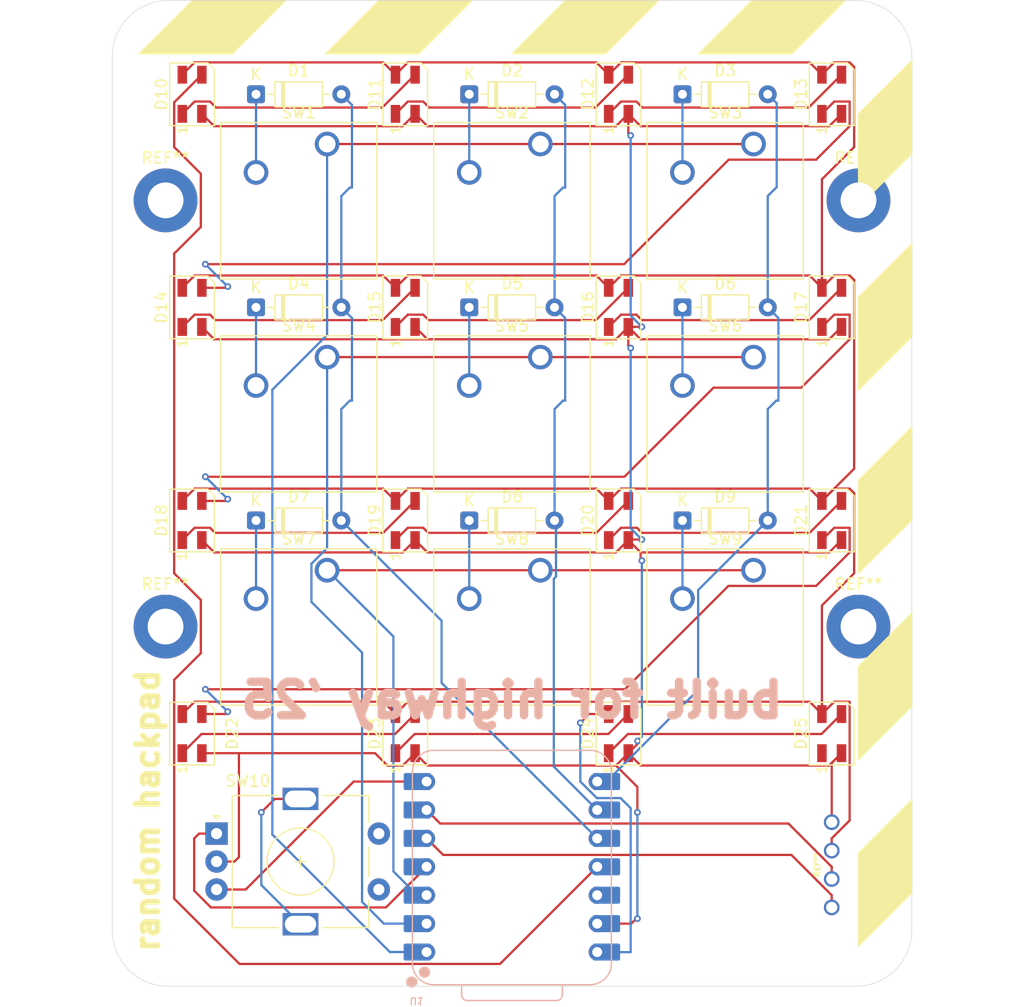
<source format=kicad_pcb>
(kicad_pcb (version 20241229) (generator "pcbnew") (generator_version "9.0")
  (title_block (title "hackpad") (date "2025-06-18") (rev "v1"))
  (layers (0 "F.Cu" signal) (2 "B.Cu" signal) (13 "F.Paste" user) (15 "B.Paste" user) (5 "F.SilkS" user "F.Silkscreen") (7 "B.SilkS" user "B.Silkscreen") (1 "F.Mask" user) (3 "B.Mask" user) (25 "Edge.Cuts" user))
  (net 0 "")
  (net 1 "Net-(D1-K)")
  (net 2 "C1")
  (net 3 "Net-(D2-K)")
  (net 4 "C2")
  (net 5 "C3")
  (net 6 "Net-(D3-K)")
  (net 7 "Net-(D4-K)")
  (net 8 "Net-(D5-K)")
  (net 9 "Net-(D6-K)")
  (net 10 "Net-(D7-K)")
  (net 11 "Net-(D8-K)")
  (net 12 "Net-(D9-K)")
  (net 13 "GND")
  (net 14 "+5V")
  (net 15 "LED")
  (net 16 "Net-(D10-DOUT)")
  (net 17 "Net-(D11-DOUT)")
  (net 18 "Net-(D12-DOUT)")
  (net 19 "Net-(D13-DOUT)")
  (net 20 "Net-(D14-DOUT)")
  (net 21 "Net-(D15-DOUT)")
  (net 22 "Net-(D16-DOUT)")
  (net 23 "Net-(D17-DOUT)")
  (net 24 "Net-(D18-DOUT)")
  (net 25 "Net-(D19-DOUT)")
  (net 26 "Net-(D20-DOUT)")
  (net 27 "Net-(D21-DOUT)")
  (net 28 "Net-(D22-DOUT)")
  (net 29 "Net-(D23-DOUT)")
  (net 30 "Net-(D24-DOUT)")
  (net 32 "R1")
  (net 33 "R2")
  (net 34 "R3")
  (net 35 "E2")
  (net 37 "E1")
  (net 38 "unconnected-(SW10-PadMP)")
  (net 40 "SCL")
  (net 41 "SDA")
  (net 42 "+3V3")
  (footprint "KBD:OLED" (layer "F.Cu") (at 180.9625 134.8025 90)
    (property "Reference" "OL1")
    (property "Value" "OLED" (hide yes))
  )
  (footprint "MountingHole:MountingHole_3.2mm_M3_ISO7380_Pad" (layer "F.Cu") (at 183.35625 75.40625)
    (property "Reference" "REF**")
    (property "Value" "MountingHole_3.2mm_M3_ISO7380_Pad")
  )
  (footprint "LED_SMD:LED_SK6812MINI_PLCC4_3.5x3.5mm_P1.75mm_[3D]" (layer "F.Cu") (at 142.8625 84.975 90)
    (property "Reference" "D15")
    (property "Value" "SK6812MINI")
  )
  (footprint "LED_SMD:LED_SK6812MINI_PLCC4_3.5x3.5mm_P1.75mm_[3D]" (layer "F.Cu") (at 142.8625 104.025 90)
    (property "Reference" "D19")
    (property "Value" "SK6812MINI")
  )
  (footprint "MountingHole:MountingHole_3.2mm_M3_ISO7380_Pad" (layer "F.Cu") (at 183.35625 113.50625)
    (property "Reference" "REF**")
    (property "Value" "MountingHole_3.2mm_M3_ISO7380_Pad")
  )
  (footprint "Diode_THT:D_DO-35_SOD27_P7.62mm_Horizontal" (layer "F.Cu") (at 167.6275 65.925)
    (property "Reference" "D3")
    (property "Value" "1N4148")
  )
  (footprint "LED_SMD:LED_SK6812MINI_PLCC4_3.5x3.5mm_P1.75mm_[3D]" (layer "F.Cu") (at 123.8125 123.075 90)
    (property "Reference" "D22")
    (property "Value" "SK6812MINI")
  )
  (footprint "Button_Switch_Keyboard:SW_Cherry_MX_1.00u_PCB_[3D]" (layer "F.Cu") (at 154.9275 89.42)
    (property "Reference" "SW5")
    (property "Value" "SW_Push")
  )
  (footprint "Button_Switch_Keyboard:SW_Cherry_MX_1.00u_PCB_[3D]" (layer "F.Cu") (at 173.9775 89.42)
    (property "Reference" "SW6")
    (property "Value" "SW_Push")
  )
  (footprint "LED_SMD:LED_SK6812MINI_PLCC4_3.5x3.5mm_P1.75mm_[3D]" (layer "F.Cu") (at 161.9125 84.975 90)
    (property "Reference" "D16")
    (property "Value" "SK6812MINI")
  )
  (footprint "MountingHole:MountingHole_3.2mm_M3_ISO7380_Pad" (layer "F.Cu") (at 121.44375 75.40625)
    (property "Reference" "REF**")
    (property "Value" "MountingHole_3.2mm_M3_ISO7380_Pad")
  )
  (footprint "Diode_THT:D_DO-35_SOD27_P7.62mm_Horizontal" (layer "F.Cu") (at 129.5275 104.025)
    (property "Reference" "D7")
    (property "Value" "1N4148")
  )
  (footprint "Button_Switch_Keyboard:SW_Cherry_MX_1.00u_PCB_[3D]" (layer "F.Cu") (at 173.9775 70.37)
    (property "Reference" "SW3")
    (property "Value" "SW_Push")
  )
  (footprint "Rotary_Encoder:RotaryEncoder_Alps_EC11E-Switch_Vertical_H20mm_[3D]" (layer "F.Cu") (at 126 132.0125)
    (property "Reference" "SW10")
    (property "Value" "RotaryEncoder_Switch_MP")
  )
  (footprint "Diode_THT:D_DO-35_SOD27_P7.62mm_Horizontal" (layer "F.Cu") (at 167.6275 84.975)
    (property "Reference" "D6")
    (property "Value" "1N4148")
  )
  (footprint "Button_Switch_Keyboard:SW_Cherry_MX_1.00u_PCB_[3D]" (layer "F.Cu") (at 154.9275 108.47)
    (property "Reference" "SW8")
    (property "Value" "SW_Push")
  )
  (footprint "Button_Switch_Keyboard:SW_Cherry_MX_1.00u_PCB_[3D]" (layer "F.Cu") (at 135.8775 108.47)
    (property "Reference" "SW7")
    (property "Value" "SW_Push")
  )
  (footprint "Diode_THT:D_DO-35_SOD27_P7.62mm_Horizontal" (layer "F.Cu") (at 129.5275 84.975)
    (property "Reference" "D4")
    (property "Value" "1N4148")
  )
  (footprint "Diode_THT:D_DO-35_SOD27_P7.62mm_Horizontal" (layer "F.Cu") (at 167.6275 104.025)
    (property "Reference" "D9")
    (property "Value" "1N4148")
  )
  (footprint "LED_SMD:LED_SK6812MINI_PLCC4_3.5x3.5mm_P1.75mm_[3D]" (layer "F.Cu") (at 180.9625 65.925 90)
    (property "Reference" "D13")
    (property "Value" "SK6812MINI")
  )
  (footprint "Button_Switch_Keyboard:SW_Cherry_MX_1.00u_PCB_[3D]" (layer "F.Cu") (at 135.8775 70.37)
    (property "Reference" "SW1")
    (property "Value" "SW_Push")
  )
  (footprint "MountingHole:MountingHole_3.2mm_M3_ISO7380_Pad" (layer "F.Cu") (at 121.44375 113.50625)
    (property "Reference" "REF**")
    (property "Value" "MountingHole_3.2mm_M3_ISO7380_Pad")
  )
  (footprint "LED_SMD:LED_SK6812MINI_PLCC4_3.5x3.5mm_P1.75mm_[3D]" (layer "F.Cu") (at 142.8625 65.925 90)
    (property "Reference" "D11")
    (property "Value" "SK6812MINI")
  )
  (footprint "LED_SMD:LED_SK6812MINI_PLCC4_3.5x3.5mm_P1.75mm_[3D]" (layer "F.Cu") (at 123.8125 84.975 90)
    (property "Reference" "D14")
    (property "Value" "SK6812MINI")
  )
  (footprint "Diode_THT:D_DO-35_SOD27_P7.62mm_Horizontal" (layer "F.Cu") (at 148.5775 65.925)
    (property "Reference" "D2")
    (property "Value" "1N4148")
  )
  (footprint "LED_SMD:LED_SK6812MINI_PLCC4_3.5x3.5mm_P1.75mm_[3D]" (layer "F.Cu") (at 142.8625 123.075 90)
    (property "Reference" "D23")
    (property "Value" "SK6812MINI")
  )
  (footprint "Diode_THT:D_DO-35_SOD27_P7.62mm_Horizontal" (layer "F.Cu") (at 129.5275 65.925)
    (property "Reference" "D1")
    (property "Value" "1N4148")
  )
  (footprint "LED_SMD:LED_SK6812MINI_PLCC4_3.5x3.5mm_P1.75mm_[3D]" (layer "F.Cu") (at 123.8125 104.025 90)
    (property "Reference" "D18")
    (property "Value" "SK6812MINI")
  )
  (footprint "Button_Switch_Keyboard:SW_Cherry_MX_1.00u_PCB_[3D]" (layer "F.Cu") (at 173.9775 108.47)
    (property "Reference" "SW9")
    (property "Value" "SW_Push")
  )
  (footprint "LED_SMD:LED_SK6812MINI_PLCC4_3.5x3.5mm_P1.75mm_[3D]" (layer "F.Cu") (at 161.9125 104.025 90)
    (property "Reference" "D20")
    (property "Value" "SK6812MINI")
  )
  (footprint "Diode_THT:D_DO-35_SOD27_P7.62mm_Horizontal" (layer "F.Cu") (at 148.5775 104.025)
    (property "Reference" "D8")
    (property "Value" "1N4148")
  )
  (footprint "Diode_THT:D_DO-35_SOD27_P7.62mm_Horizontal" (layer "F.Cu") (at 148.5775 84.975)
    (property "Reference" "D5")
    (property "Value" "1N4148")
  )
  (footprint "LED_SMD:LED_SK6812MINI_PLCC4_3.5x3.5mm_P1.75mm_[3D]" (layer "F.Cu") (at 180.9625 84.975 90)
    (property "Reference" "D17")
    (property "Value" "SK6812MINI")
  )
  (footprint "LED_SMD:LED_SK6812MINI_PLCC4_3.5x3.5mm_P1.75mm_[3D]" (layer "F.Cu") (at 180.9625 123.075 90)
    (property "Reference" "D25")
    (property "Value" "SK6812MINI")
  )
  (footprint "Button_Switch_Keyboard:SW_Cherry_MX_1.00u_PCB_[3D]" (layer "F.Cu") (at 154.9275 70.37)
    (property "Reference" "SW2")
    (property "Value" "SW_Push")
  )
  (footprint "LED_SMD:LED_SK6812MINI_PLCC4_3.5x3.5mm_P1.75mm_[3D]" (layer "F.Cu") (at 161.9125 65.925 90)
    (property "Reference" "D12")
    (property "Value" "SK6812MINI")
  )
  (footprint "Button_Switch_Keyboard:SW_Cherry_MX_1.00u_PCB_[3D]" (layer "F.Cu") (at 135.8775 89.42)
    (property "Reference" "SW4")
    (property "Value" "SW_Push")
  )
  (footprint "LED_SMD:LED_SK6812MINI_PLCC4_3.5x3.5mm_P1.75mm_[3D]" (layer "F.Cu") (at 180.9625 104.025 90)
    (property "Reference" "D21")
    (property "Value" "SK6812MINI")
  )
  (footprint "LED_SMD:LED_SK6812MINI_PLCC4_3.5x3.5mm_P1.75mm_[3D]" (layer "F.Cu") (at 123.8125 65.925 90)
    (property "Reference" "D10")
    (property "Value" "SK6812MINI")
  )
  (footprint "LED_SMD:LED_SK6812MINI_PLCC4_3.5x3.5mm_P1.75mm_[3D]" (layer "F.Cu") (at 161.9125 123.075 90)
    (property "Reference" "D24")
    (property "Value" "SK6812MINI")
  )
  (footprint "OPL:XIAO-RP2040-DIP" (layer "B.Cu") (at 152.3875 134.98125)
    (property "Reference" "U1")
    (property "Value" "XIAO-RP2040-DIP")
  )
  (gr_poly (pts (xy 135.73125 62.309375) (xy 140.49375 57.546875) (xy 148.828125 57.546875) (xy 144.065625 62.309375)) (stroke (width 0.1)) (fill yes) (layer "F.SilkS"))
  (gr_poly (pts (xy 183.35625 92.372656) (xy 188.11875 87.610156) (xy 188.11875 79.275781) (xy 183.35625 84.038281)) (stroke (width 0.1)) (fill yes) (layer "F.SilkS"))
  (gr_poly (pts (xy 152.4 62.309375) (xy 157.1625 57.546875) (xy 165.496875 57.546875) (xy 160.734375 62.309375)) (stroke (width 0.1)) (fill yes) (layer "F.SilkS"))
  (gr_poly (pts (xy 183.35625 108.74375) (xy 188.11875 103.98125) (xy 188.11875 95.646875) (xy 183.35625 100.409375)) (stroke (width 0.1)) (fill yes) (layer "F.SilkS"))
  (gr_poly (pts (xy 183.35625 142.08125) (xy 188.11875 137.31875) (xy 188.11875 128.984375) (xy 183.35625 133.746875)) (stroke (width 0.1)) (fill yes) (layer "F.SilkS"))
  (gr_poly (pts (xy 183.35625 76.001562) (xy 188.11875 71.239062) (xy 188.11875 62.904687) (xy 183.35625 67.667187)) (stroke (width 0.1)) (fill yes) (layer "F.SilkS"))
  (gr_poly (pts (xy 169.06875 62.309375) (xy 173.83125 57.546875) (xy 182.165625 57.546875) (xy 177.403125 62.309375)) (stroke (width 0.1)) (fill yes) (layer "F.SilkS"))
  (gr_poly (pts (xy 183.35625 125.4125) (xy 188.11875 120.65) (xy 188.11875 112.315625) (xy 183.35625 117.078125)) (stroke (width 0.1)) (fill yes) (layer "F.SilkS"))
  (gr_poly (pts (xy 119.0625 62.309375) (xy 123.825 57.546875) (xy 132.159375 57.546875) (xy 127.396875 62.309375)) (stroke (width 0.1)) (fill yes) (layer "F.SilkS"))
  (gr_line (start 188.11875 62.546875) (end 188.11875 140.653125) (stroke (width 0.05)) (layer "Edge.Cuts"))
  (gr_line (start 183.11875 145.653125) (end 121.68125 145.653125) (stroke (width 0.05)) (layer "Edge.Cuts"))
  (gr_arc (start 183.11875 57.546875) (mid 186.654384 59.011263) (end 188.11875 62.546875) (stroke (width 0.05)) (layer "Edge.Cuts"))
  (gr_arc (start 121.68125 145.653125) (mid 118.145616 144.188737) (end 116.68125 140.653125) (stroke (width 0.05)) (layer "Edge.Cuts"))
  (gr_line (start 116.68125 140.653125) (end 116.68125 62.546875) (stroke (width 0.05)) (layer "Edge.Cuts"))
  (gr_arc (start 116.68125 62.546875) (mid 118.145738 59.011361) (end 121.68125 57.546875) (stroke (width 0.05)) (layer "Edge.Cuts"))
  (gr_line (start 121.68125 57.546875) (end 183.11875 57.546875) (stroke (width 0.05)) (layer "Edge.Cuts"))
  (gr_arc (start 188.11875 140.653125) (mid 186.654213 144.188566) (end 183.11875 145.653125) (stroke (width 0.05)) (layer "Edge.Cuts"))
  (gr_text "random hackpad" (at 121 117.1125 90) (layer "F.SilkS") (effects (font (size 2 2) (thickness 0.5) (bold yes)) (justify right bottom)))
  (gr_text "built for highway '25" (at 152.4 121.840625 0) (layer "B.SilkS") (effects (font (size 3 3) (thickness 0.75) (bold yes)) (justify bottom mirror)))
  (segment (start 129.5275 72.91) (end 129.5275 65.925) (width 0.2) (layer "B.Cu") (net 1))
  (segment (start 138.1 85.9275) (end 137.1475 84.975) (width 0.2) (layer "B.Cu") (net 2))
  (segment (start 137.909655 93.309375) (end 138.1 93.309375) (width 0.2) (layer "B.Cu") (net 2))
  (segment (start 137.909655 74.259375) (end 138.1 74.259375) (width 0.2) (layer "B.Cu") (net 2))
  (segment (start 138.1 66.8775) (end 137.1475 65.925) (width 0.2) (layer "B.Cu") (net 2))
  (segment (start 138.1 93.309375) (end 138.1 85.9275) (width 0.2) (layer "B.Cu") (net 2))
  (segment (start 146.1065 118.54025) (end 146.1065 112.984) (width 0.2) (layer "B.Cu") (net 2))
  (segment (start 137.1475 94.07153) (end 137.1475 104.025) (width 0.2) (layer "B.Cu") (net 2))
  (segment (start 160.0075 132.44125) (end 146.1065 118.54025) (width 0.2) (layer "B.Cu") (net 2))
  (segment (start 137.1475 75.02153) (end 137.909655 74.259375) (width 0.2) (layer "B.Cu") (net 2))
  (segment (start 146.1065 112.984) (end 137.1475 104.025) (width 0.2) (layer "B.Cu") (net 2))
  (segment (start 137.1475 84.975) (end 137.1475 75.02153) (width 0.2) (layer "B.Cu") (net 2))
  (segment (start 137.1475 94.07153) (end 137.909655 93.309375) (width 0.2) (layer "B.Cu") (net 2))
  (segment (start 138.1 74.259375) (end 138.1 66.8775) (width 0.2) (layer "B.Cu") (net 2))
  (segment (start 148.5775 72.91) (end 148.5775 65.925) (width 0.2) (layer "B.Cu") (net 3))
  (segment (start 160.0075 129.90125) (end 156.133157 126.026907) (width 0.2) (layer "B.Cu") (net 4))
  (segment (start 156.1975 94.07153) (end 156.959655 93.309375) (width 0.2) (layer "B.Cu") (net 4))
  (segment (start 156.1975 84.975) (end 156.1975 75.02153) (width 0.2) (layer "B.Cu") (net 4))
  (segment (start 157.15 85.9275) (end 156.1975 84.975) (width 0.2) (layer "B.Cu") (net 4))
  (segment (start 157.15 74.259375) (end 157.15 66.8775) (width 0.2) (layer "B.Cu") (net 4))
  (segment (start 157.15 93.309375) (end 157.15 85.9275) (width 0.2) (layer "B.Cu") (net 4))
  (segment (start 156.959655 93.309375) (end 157.15 93.309375) (width 0.2) (layer "B.Cu") (net 4))
  (segment (start 156.133157 109.245657) (end 156.3285 109.050314) (width 0.2) (layer "B.Cu") (net 4))
  (segment (start 156.3285 104.156) (end 156.1975 104.025) (width 0.2) (layer "B.Cu") (net 4))
  (segment (start 156.3285 109.050314) (end 156.3285 104.156) (width 0.2) (layer "B.Cu") (net 4))
  (segment (start 156.959655 74.259375) (end 157.15 74.259375) (width 0.2) (layer "B.Cu") (net 4))
  (segment (start 156.133157 126.026907) (end 156.133157 109.245657) (width 0.2) (layer "B.Cu") (net 4))
  (segment (start 156.1975 75.02153) (end 156.959655 74.259375) (width 0.2) (layer "B.Cu") (net 4))
  (segment (start 157.15 66.8775) (end 156.1975 65.925) (width 0.2) (layer "B.Cu") (net 4))
  (segment (start 156.1975 104.025) (end 156.1975 94.07153) (width 0.2) (layer "B.Cu") (net 4))
  (segment (start 176.2 85.9275) (end 175.2475 84.975) (width 0.2) (layer "B.Cu") (net 5))
  (segment (start 176.2 93.309375) (end 176.2 85.9275) (width 0.2) (layer "B.Cu") (net 5))
  (segment (start 176.047499 74.221531) (end 176.047499 66.724999) (width 0.2) (layer "B.Cu") (net 5))
  (segment (start 175.2475 84.975) (end 175.2475 75.02153) (width 0.2) (layer "B.Cu") (net 5))
  (segment (start 169.0285 119.17525) (end 169.0285 110.244) (width 0.2) (layer "B.Cu") (net 5))
  (segment (start 175.2475 94.07153) (end 176.009655 93.309375) (width 0.2) (layer "B.Cu") (net 5))
  (segment (start 160.8425 127.36125) (end 169.0285 119.17525) (width 0.2) (layer "B.Cu") (net 5))
  (segment (start 176.009655 93.309375) (end 176.2 93.309375) (width 0.2) (layer "B.Cu") (net 5))
  (segment (start 175.2475 75.02153) (end 176.047499 74.221531) (width 0.2) (layer "B.Cu") (net 5))
  (segment (start 176.047499 66.724999) (end 175.2475 65.925) (width 0.2) (layer "B.Cu") (net 5))
  (segment (start 169.0285 110.244) (end 175.2475 104.025) (width 0.2) (layer "B.Cu") (net 5))
  (segment (start 175.2475 104.025) (end 175.2475 94.07153) (width 0.2) (layer "B.Cu") (net 5))
  (segment (start 167.6275 72.91) (end 167.6275 65.925) (width 0.2) (layer "B.Cu") (net 6))
  (segment (start 129.5275 84.975) (end 129.5275 91.96) (width 0.2) (layer "B.Cu") (net 7))
  (segment (start 148.5775 91.96) (end 148.5775 84.975) (width 0.2) (layer "B.Cu") (net 8))
  (segment (start 167.6275 91.96) (end 167.6275 84.975) (width 0.2) (layer "B.Cu") (net 9))
  (segment (start 129.5275 104.025) (end 129.5275 111.01) (width 0.2) (layer "B.Cu") (net 10))
  (segment (start 148.5775 104.025) (end 148.5775 111.01) (width 0.2) (layer "B.Cu") (net 11))
  (segment (start 167.6275 104.025) (end 167.6275 111.01) (width 0.2) (layer "B.Cu") (net 12))
  (segment (start 163.62136 123.99114) (end 162.7875 124.825) (width 0.2) (layer "F.Cu") (net 13))
  (segment (start 142.6365 106.876) (end 143.7375 105.775) (width 0.2) (layer "F.Cu") (net 13))
  (segment (start 163.6 139.6125) (end 163.5 139.6125) (width 0.2) (layer "F.Cu") (net 13))
  (segment (start 180.7365 106.876) (end 181.8375 105.775) (width 0.2) (layer "F.Cu") (net 13))
  (segment (start 180.7365 87.826) (end 163.8885 87.826) (width 0.2) (layer "F.Cu") (net 13))
  (segment (start 162.7875 69.4) (end 163 69.6125) (width 0.2) (layer "F.Cu") (net 13))
  (segment (start 163.6 127.8395) (end 163.6 130.1125) (width 0.2) (layer "F.Cu") (net 13))
  (segment (start 124.6875 124.825) (end 127 124.825) (width 0.2) (layer "F.Cu") (net 13))
  (segment (start 124.6875 105.775) (end 125.7885 106.876) (width 0.2) (layer "F.Cu") (net 13))
  (segment (start 142.6365 125.926) (end 143.7375 124.825) (width 0.2) (layer "F.Cu") (net 13))
  (segment (start 128 124.825) (end 140.1605 124.825) (width 0.2) (layer "F.Cu") (net 13))
  (segment (start 161.6865 125.926) (end 162.7875 124.825) (width 0.2) (layer "F.Cu") (net 13))
  (segment (start 163.05125 140.06125) (end 160.0075 140.06125) (width 0.2) (layer "F.Cu") (net 13))
  (segment (start 126 134.5125) (end 127.6 134.5125) (width 0.2) (layer "F.Cu") (net 13))
  (segment (start 163.9996 86.712496) (end 162.800004 86.712496) (width 0.2) (layer "F.Cu") (net 13))
  (segment (start 125.7885 106.876) (end 142.6365 106.876) (width 0.2) (layer "F.Cu") (net 13))
  (segment (start 144.8385 87.826) (end 143.7375 86.725) (width 0.2) (layer "F.Cu") (net 13))
  (segment (start 163.62136 123.73386) (end 163.62136 123.99114) (width 0.2) (layer "F.Cu") (net 13))
  (segment (start 143.7375 67.675) (end 144.8385 68.776) (width 0.2) (layer "F.Cu") (net 13))
  (segment (start 128 134.1125) (end 128 124.825) (width 0.2) (layer "F.Cu") (net 13))
  (segment (start 162.7875 88.4) (end 163 88.6125) (width 0.2) (layer "F.Cu") (net 13))
  (segment (start 161.6865 87.826) (end 144.8385 87.826) (width 0.2) (layer "F.Cu") (net 13))
  (segment (start 180.7365 68.776) (end 181.8375 67.675) (width 0.2) (layer "F.Cu") (net 13))
  (segment (start 180.9625 125.7) (end 180.9625 130.9925) (width 0.2) (layer "F.Cu") (net 13))
  (segment (start 163.8885 107.501) (end 164 107.6125) (width 0.2) (layer "F.Cu") (net 13))
  (segment (start 162.800004 86.712496) (end 162.7875 86.725) (width 0.2) (layer "F.Cu") (net 13))
  (segment (start 162.7875 86.725) (end 161.6865 87.826) (width 0.2) (layer "F.Cu") (net 13))
  (segment (start 162.83673 105.72577) (end 162.7875 105.775) (width 0.2) (layer "F.Cu") (net 13))
  (segment (start 180.7365 125.926) (end 181.8375 124.825) (width 0.2) (layer "F.Cu") (net 13))
  (segment (start 127.6 134.5125) (end 128 134.1125) (width 0.2) (layer "F.Cu") (net 13))
  (segment (start 163.8885 106.876) (end 163.8885 107.501) (width 0.2) (layer "F.Cu") (net 13))
  (segment (start 163.8885 106.876) (end 180.7365 106.876) (width 0.2) (layer "F.Cu") (net 13))
  (segment (start 125.7885 68.776) (end 142.6365 68.776) (width 0.2) (layer "F.Cu") (net 13))
  (segment (start 144.8385 125.926) (end 161.6865 125.926) (width 0.2) (layer "F.Cu") (net 13))
  (segment (start 161.6865 125.926) (end 163.6 127.8395) (width 0.2) (layer "F.Cu") (net 13))
  (segment (start 181.8375 124.825) (end 180.9625 125.7) (width 0.2) (layer "F.Cu") (net 13))
  (segment (start 181.8375 86.725) (end 180.7365 87.826) (width 0.2) (layer "F.Cu") (net 13))
  (segment (start 162.7875 67.675) (end 162.7875 69.4) (width 0.2) (layer "F.Cu") (net 13))
  (segment (start 144.8385 106.876) (end 161.6865 106.876) (width 0.2) (layer "F.Cu") (net 13))
  (segment (start 162.7875 67.675) (end 163.8885 68.776) (width 0.2) (layer "F.Cu") (net 13))
  (segment (start 125.7885 87.826) (end 124.6875 86.725) (width 0.2) (layer "F.Cu") (net 13))
  (segment (start 143.7375 105.775) (end 144.8385 106.876) (width 0.2) (layer "F.Cu") (net 13))
  (segment (start 162.7875 86.725) (end 162.7875 88.4) (width 0.2) (layer "F.Cu") (net 13))
  (segment (start 127 124.825) (end 128 124.825) (width 0.2) (layer "F.Cu") (net 13))
  (segment (start 140.1605 124.825) (end 141.2615 125.926) (width 0.2) (layer "F.Cu") (net 13))
  (segment (start 162.7875 105.775) (end 163.8885 106.876) (width 0.2) (layer "F.Cu") (net 13))
  (segment (start 161.6865 106.876) (end 162.7875 105.775) (width 0.2) (layer "F.Cu") (net 13))
  (segment (start 163.8885 87.826) (end 162.7875 86.725) (width 0.2) (layer "F.Cu") (net 13))
  (segment (start 163.996857 105.72577) (end 162.83673 105.72577) (width 0.2) (layer "F.Cu") (net 13))
  (segment (start 163.5 139.6125) (end 163.05125 140.06125) (width 0.2) (layer "F.Cu") (net 13))
  (segment (start 163.8885 125.926) (end 180.7365 125.926) (width 0.2) (layer "F.Cu") (net 13))
  (segment (start 144.8385 68.776) (end 161.6865 68.776) (width 0.2) (layer "F.Cu") (net 13))
  (segment (start 141.2615 125.926) (end 142.6365 125.926) (width 0.2) (layer "F.Cu") (net 13))
  (segment (start 124.6875 67.675) (end 125.7885 68.776) (width 0.2) (layer "F.Cu") (net 13))
  (segment (start 162.7875 124.825) (end 163.8885 125.926) (width 0.2) (layer "F.Cu") (net 13))
  (segment (start 163.8885 68.776) (end 180.7365 68.776) (width 0.2) (layer "F.Cu") (net 13))
  (segment (start 161.6865 68.776) (end 162.7875 67.675) (width 0.2) (layer "F.Cu") (net 13))
  (segment (start 161.6865 87.826) (end 125.7885 87.826) (width 0.2) (layer "F.Cu") (net 13))
  (segment (start 143.7375 124.825) (end 144.8385 125.926) (width 0.2) (layer "F.Cu") (net 13))
  (segment (start 142.6365 68.776) (end 143.7375 67.675) (width 0.2) (layer "F.Cu") (net 13))
  (via (at 163.996857 105.72577) (size 0.6) (drill 0.3) (layers "F.Cu" "B.Cu") (net 13))
  (via (at 163.62136 123.73386) (size 0.6) (drill 0.3) (layers "F.Cu" "B.Cu") (net 13))
  (via (at 163.9996 86.712496) (size 0.6) (drill 0.3) (layers "F.Cu" "B.Cu") (net 13))
  (via (at 163 88.6125) (size 0.6) (drill 0.3) (layers "F.Cu" "B.Cu") (net 13))
  (via (at 163.6 139.6125) (size 0.6) (drill 0.3) (layers "F.Cu" "B.Cu") (net 13))
  (via (at 163.6 130.1125) (size 0.6) (drill 0.3) (layers "F.Cu" "B.Cu") (net 13))
  (via (at 163 69.6125) (size 0.6) (drill 0.3) (layers "F.Cu" "B.Cu") (net 13))
  (via (at 164 107.6125) (size 0.6) (drill 0.3) (layers "F.Cu" "B.Cu") (net 13))
  (segment (start 164 107.6125) (end 164 123.35522) (width 0.2) (layer "B.Cu") (net 13))
  (segment (start 163 104.728913) (end 163.996857 105.72577) (width 0.2) (layer "B.Cu") (net 13))
  (segment (start 163 69.6125) (end 163 85.712896) (width 0.2) (layer "B.Cu") (net 13))
  (segment (start 163 88.6125) (end 163 104.728913) (width 0.2) (layer "B.Cu") (net 13))
  (segment (start 163 85.712896) (end 163.9996 86.712496) (width 0.2) (layer "B.Cu") (net 13))
  (segment (start 163.6 130.1125) (end 163.6 139.6125) (width 0.2) (layer "B.Cu") (net 13))
  (segment (start 164 123.35522) (end 163.62136 123.73386) (width 0.2) (layer "B.Cu") (net 13))
  (segment (start 122.9375 121.325) (end 124.0385 120.224) (width 0.2) (layer "F.Cu") (net 14))
  (segment (start 140.8865 82.124) (end 141.9875 83.225) (width 0.2) (layer "F.Cu") (net 14))
  (segment (start 124.0385 120.224) (end 140.8865 120.224) (width 0.2) (layer "F.Cu") (net 14))
  (segment (start 162.1385 120.224) (end 178.9865 120.224) (width 0.2) (layer "F.Cu") (net 14))
  (segment (start 140.8865 120.224) (end 141.9875 121.325) (width 0.2) (layer "F.Cu") (net 14))
  (segment (start 181.1885 63.074) (end 182.5635 63.074) (width 0.2) (layer "F.Cu") (net 14))
  (segment (start 141.9875 83.225) (end 143.0885 82.124) (width 0.2) (layer "F.Cu") (net 14))
  (segment (start 159.2875 121.325) (end 158.5 122.1125) (width 0.2) (layer "F.Cu") (net 14))
  (segment (start 162.1385 63.074) (end 178.9865 63.074) (width 0.2) (layer "F.Cu") (net 14))
  (segment (start 182.9645 63.475) (end 182.9645 70.64375) (width 0.2) (layer "F.Cu") (net 14))
  (segment (start 178.9865 120.224) (end 180.0875 121.325) (width 0.2) (layer "F.Cu") (net 14))
  (segment (start 182.9645 82.525) (end 182.9645 99.398) (width 0.2) (layer "F.Cu") (net 14))
  (segment (start 161.0375 121.325) (end 162.1385 120.224) (width 0.2) (layer "F.Cu") (net 14))
  (segment (start 180.0875 111.62075) (end 180.0875 121.325) (width 0.2) (layer "F.Cu") (net 14))
  (segment (start 180.0875 64.175) (end 181.1885 63.074) (width 0.2) (layer "F.Cu") (net 14))
  (segment (start 159.9365 101.174) (end 161.0375 102.275) (width 0.2) (layer "F.Cu") (net 14))
  (segment (start 159.9365 82.124) (end 161.0375 83.225) (width 0.2) (layer "F.Cu") (net 14))
  (segment (start 182.9645 101.575) (end 182.9645 108.74375) (width 0.2) (layer "F.Cu") (net 14))
  (segment (start 182.5635 82.124) (end 182.9645 82.525) (width 0.2) (layer "F.Cu") (net 14))
  (segment (start 182.5635 120.224) (end 182.5635 130.84025) (width 0.2) (layer "F.Cu") (net 14))
  (segment (start 122.9375 64.175) (end 124.0385 63.074) (width 0.2) (layer "F.Cu") (net 14))
  (segment (start 182.9645 70.64375) (end 180.0875 73.52075) (width 0.2) (layer "F.Cu") (net 14))
  (segment (start 124.0385 82.124) (end 140.8865 82.124) (width 0.2) (layer "F.Cu") (net 14))
  (segment (start 159.9365 63.074) (end 161.0375 64.175) (width 0.2) (layer "F.Cu") (net 14))
  (segment (start 180.0875 121.325) (end 181.1885 120.224) (width 0.2) (layer "F.Cu") (net 14))
  (segment (start 181.1885 101.174) (end 182.5635 101.174) (width 0.2) (layer "F.Cu") (net 14))
  (segment (start 140.8865 101.174) (end 141.9875 102.275) (width 0.2) (layer "F.Cu") (net 14))
  (segment (start 143.0885 82.124) (end 159.9365 82.124) (width 0.2) (layer "F.Cu") (net 14))
  (segment (start 161.0375 83.225) (end 162.1385 82.124) (width 0.2) (layer "F.Cu") (net 14))
  (segment (start 180.0875 73.52075) (end 180.0875 83.225) (width 0.2) (layer "F.Cu") (net 14))
  (segment (start 161.0375 102.275) (end 162.1385 101.174) (width 0.2) (layer "F.Cu") (net 14))
  (segment (start 182.9645 108.74375) (end 180.0875 111.62075) (width 0.2) (layer "F.Cu") (net 14))
  (segment (start 143.0885 63.074) (end 159.9365 63.074) (width 0.2) (layer "F.Cu") (net 14))
  (segment (start 140.8865 63.074) (end 141.9875 64.175) (width 0.2) (layer "F.Cu") (net 14))
  (segment (start 141.9875 121.325) (end 143.0885 120.224) (width 0.2) (layer "F.Cu") (net 14))
  (segment (start 181.1885 82.124) (end 182.5635 82.124) (width 0.2) (layer "F.Cu") (net 14))
  (segment (start 122.9375 83.225) (end 124.0385 82.124) (width 0.2) (layer "F.Cu") (net 14))
  (segment (start 122.9375 102.275) (end 124.0385 101.174) (width 0.2) (layer "F.Cu") (net 14))
  (segment (start 143.0885 120.224) (end 159.9365 120.224) (width 0.2) (layer "F.Cu") (net 14))
  (segment (start 178.9865 63.074) (end 180.0875 64.175) (width 0.2) (layer "F.Cu") (net 14))
  (segment (start 159.9365 120.224) (end 161.0375 121.325) (width 0.2) (layer "F.Cu") (net 14))
  (segment (start 161.0375 64.175) (end 162.1385 63.074) (width 0.2) (layer "F.Cu") (net 14))
  (segment (start 180.9625 132.44125) (end 180.9625 133.5325) (width 0.2) (layer "F.Cu") (net 14))
  (segment (start 178.9865 101.174) (end 180.0875 102.275) (width 0.2) (layer "F.Cu") (net 14))
  (segment (start 141.9875 64.175) (end 143.0885 63.074) (width 0.2) (layer "F.Cu") (net 14))
  (segment (start 182.5635 101.174) (end 182.9645 101.575) (width 0.2) (layer "F.Cu") (net 14))
  (segment (start 124.0385 101.174) (end 140.8865 101.174) (width 0.2) (layer "F.Cu") (net 14))
  (segment (start 141.9875 102.275) (end 143.0885 101.174) (width 0.2) (layer "F.Cu") (net 14))
  (segment (start 162.1385 82.124) (end 178.9865 82.124) (width 0.2) (layer "F.Cu") (net 14))
  (segment (start 182.5635 130.84025) (end 180.9625 132.44125) (width 0.2) (layer "F.Cu") (net 14))
  (segment (start 180.0875 83.225) (end 181.1885 82.124) (width 0.2) (layer "F.Cu") (net 14))
  (segment (start 178.9865 82.124) (end 180.0875 83.225) (width 0.2) (layer "F.Cu") (net 14))
  (segment (start 181.1885 120.224) (end 182.5635 120.224) (width 0.2) (layer "F.Cu") (net 14))
  (segment (start 180.0875 102.275) (end 181.1885 101.174) (width 0.2) (layer "F.Cu") (net 14))
  (segment (start 143.0885 101.174) (end 159.9365 101.174) (width 0.2) (layer "F.Cu") (net 14))
  (segment (start 182.5635 63.074) (end 182.9645 63.475) (width 0.2) (layer "F.Cu") (net 14))
  (segment (start 161.0375 121.325) (end 159.2875 121.325) (width 0.2) (layer "F.Cu") (net 14))
  (segment (start 182.9645 99.398) (end 180.0875 102.275) (width 0.2) (layer "F.Cu") (net 14))
  (segment (start 162.1385 101.174) (end 178.9865 101.174) (width 0.2) (layer "F.Cu") (net 14))
  (segment (start 124.0385 63.074) (end 140.8865 63.074) (width 0.2) (layer "F.Cu") (net 14))
  (via (at 158.5 122.1125) (size 0.6) (drill 0.3) (layers "F.Cu" "B.Cu") (net 14))
  (segment (start 158.5 122.1125) (end 158.5 127.35706) (width 0.2) (layer "B.Cu") (net 14))
  (segment (start 163 142.6125) (end 160.85375 142.6125) (width 0.2) (layer "B.Cu") (net 14))
  (segment (start 159.98119 128.83825) (end 162.098126 128.83825) (width 0.2) (layer "B.Cu") (net 14))
  (segment (start 163 129.740124) (end 163 142.6125) (width 0.2) (layer "B.Cu") (net 14))
  (segment (start 162.098126 128.83825) (end 163 129.740124) (width 0.2) (layer "B.Cu") (net 14))
  (segment (start 160.85375 142.6125) (end 160.8425 142.60125) (width 0.2) (layer "B.Cu") (net 14))
  (segment (start 158.5 127.35706) (end 159.98119 128.83825) (width 0.2) (layer "B.Cu") (net 14))
  (segment (start 128.05175 143.66425) (end 151.3245 143.66425) (width 0.2) (layer "F.Cu") (net 15))
  (segment (start 122.2115 108.74375) (end 124.59475 111.127) (width 0.2) (layer "F.Cu") (net 15))
  (segment (start 151.3245 143.66425) (end 160.0075 134.98125) (width 0.2) (layer "F.Cu") (net 15))
  (segment (start 122.2115 137.824) (end 128.05175 143.66425) (width 0.2) (layer "F.Cu") (net 15))
  (segment (start 124.59475 115.8855) (end 122.2115 118.26875) (width 0.2) (layer "F.Cu") (net 15))
  (segment (start 122.2115 66.651) (end 122.2115 70.64375) (width 0.2) (layer "F.Cu") (net 15))
  (segment (start 124.59475 111.127) (end 124.59475 115.8855) (width 0.2) (layer "F.Cu") (net 15))
  (segment (start 122.2115 80.16875) (end 122.2115 108.74375) (width 0.2) (layer "F.Cu") (net 15))
  (segment (start 124.59475 73.027) (end 124.59475 77.7855) (width 0.2) (layer "F.Cu") (net 15))
  (segment (start 124.59475 77.7855) (end 122.2115 80.16875) (width 0.2) (layer "F.Cu") (net 15))
  (segment (start 122.2115 118.26875) (end 122.2115 137.824) (width 0.2) (layer "F.Cu") (net 15))
  (segment (start 122.2115 70.64375) (end 124.59475 73.027) (width 0.2) (layer "F.Cu") (net 15))
  (segment (start 124.6875 64.175) (end 122.2115 66.651) (width 0.2) (layer "F.Cu") (net 15))
  (segment (start 143.7375 64.175) (end 140.8 67.1125) (width 0.2) (layer "F.Cu") (net 16))
  (segment (start 125.952 67.1125) (end 125.4135 66.574) (width 0.2) (layer "F.Cu") (net 16))
  (segment (start 125.4135 66.574) (end 124.0385 66.574) (width 0.2) (layer "F.Cu") (net 16))
  (segment (start 124.0385 66.574) (end 122.9375 67.675) (width 0.2) (layer "F.Cu") (net 16))
  (segment (start 140.8 67.1125) (end 125.952 67.1125) (width 0.2) (layer "F.Cu") (net 16))
  (segment (start 145.002 67.1125) (end 144.4635 66.574) (width 0.2) (layer "F.Cu") (net 17))
  (segment (start 143.0885 66.574) (end 141.9875 67.675) (width 0.2) (layer "F.Cu") (net 17))
  (segment (start 162.7875 64.175) (end 159.85 67.1125) (width 0.2) (layer "F.Cu") (net 17))
  (segment (start 159.85 67.1125) (end 145.002 67.1125) (width 0.2) (layer "F.Cu") (net 17))
  (segment (start 144.4635 66.574) (end 143.0885 66.574) (width 0.2) (layer "F.Cu") (net 17))
  (segment (start 162.1385 66.574) (end 161.0375 67.675) (width 0.2) (layer "F.Cu") (net 18))
  (segment (start 163.5135 66.574) (end 162.1385 66.574) (width 0.2) (layer "F.Cu") (net 18))
  (segment (start 164.052 67.1125) (end 163.5135 66.574) (width 0.2) (layer "F.Cu") (net 18))
  (segment (start 181.8375 64.175) (end 178.9 67.1125) (width 0.2) (layer "F.Cu") (net 18))
  (segment (start 178.9 67.1125) (end 164.052 67.1125) (width 0.2) (layer "F.Cu") (net 18))
  (segment (start 180.0875 67.675) (end 181.1885 66.574) (width 0.2) (layer "F.Cu") (net 19))
  (segment (start 179.5685 71.771) (end 171.755814 71.771) (width 0.2) (layer "F.Cu") (net 19))
  (segment (start 126.8875 83.225) (end 124.6875 83.225) (width 0.2) (layer "F.Cu") (net 19))
  (segment (start 162.414314 81.1125) (end 125 81.1125) (width 0.2) (layer "F.Cu") (net 19))
  (segment (start 181.1885 66.574) (end 182.5635 66.574) (width 0.2) (layer "F.Cu") (net 19))
  (segment (start 182.5635 68.776) (end 179.5685 71.771) (width 0.2) (layer "F.Cu") (net 19))
  (segment (start 182.5635 66.574) (end 182.5635 68.776) (width 0.2) (layer "F.Cu") (net 19))
  (segment (start 171.755814 71.771) (end 162.414314 81.1125) (width 0.2) (layer "F.Cu") (net 19))
  (segment (start 127 83.1125) (end 126.8875 83.225) (width 0.2) (layer "F.Cu") (net 19))
  (via (at 127 83.1125) (size 0.6) (drill 0.3) (layers "F.Cu" "B.Cu") (net 19))
  (via (at 125 81.1125) (size 0.6) (drill 0.3) (layers "F.Cu" "B.Cu") (net 19))
  (segment (start 125 81.1125) (end 127 83.1125) (width 0.2) (layer "B.Cu") (net 19))
  (segment (start 143.7375 83.225) (end 140.85 86.1125) (width 0.2) (layer "F.Cu") (net 20))
  (segment (start 124.0385 85.624) (end 122.9375 86.725) (width 0.2) (layer "F.Cu") (net 20))
  (segment (start 125.4135 85.624) (end 124.0385 85.624) (width 0.2) (layer "F.Cu") (net 20))
  (segment (start 140.85 86.1125) (end 125.902 86.1125) (width 0.2) (layer "F.Cu") (net 20))
  (segment (start 125.902 86.1125) (end 125.4135 85.624) (width 0.2) (layer "F.Cu") (net 20))
  (segment (start 144.952 86.1125) (end 144.4635 85.624) (width 0.2) (layer "F.Cu") (net 21))
  (segment (start 144.4635 85.624) (end 143.0885 85.624) (width 0.2) (layer "F.Cu") (net 21))
  (segment (start 143.0885 85.624) (end 141.9875 86.725) (width 0.2) (layer "F.Cu") (net 21))
  (segment (start 159.9 86.1125) (end 144.952 86.1125) (width 0.2) (layer "F.Cu") (net 21))
  (segment (start 162.7875 83.225) (end 159.9 86.1125) (width 0.2) (layer "F.Cu") (net 21))
  (segment (start 181.8375 83.225) (end 178.95 86.1125) (width 0.2) (layer "F.Cu") (net 22))
  (segment (start 162.1385 85.624) (end 161.0375 86.725) (width 0.2) (layer "F.Cu") (net 22))
  (segment (start 178.95 86.1125) (end 164.002 86.1125) (width 0.2) (layer "F.Cu") (net 22))
  (segment (start 163.5135 85.624) (end 162.1385 85.624) (width 0.2) (layer "F.Cu") (net 22))
  (segment (start 164.002 86.1125) (end 163.5135 85.624) (width 0.2) (layer "F.Cu") (net 22))
  (segment (start 127 102.1125) (end 126.8375 102.275) (width 0.2) (layer "F.Cu") (net 23))
  (segment (start 162.44347 100.1125) (end 125 100.1125) (width 0.2) (layer "F.Cu") (net 23))
  (segment (start 180.0875 86.725) (end 181.1885 85.624) (width 0.2) (layer "F.Cu") (net 23))
  (segment (start 181.1885 85.624) (end 182.5635 85.624) (width 0.2) (layer "F.Cu") (net 23))
  (segment (start 126.8375 102.275) (end 124.6875 102.275) (width 0.2) (layer "F.Cu") (net 23))
  (segment (start 182.5635 85.624) (end 182.5635 87.826) (width 0.2) (layer "F.Cu") (net 23))
  (segment (start 182.5635 87.826) (end 178.2405 92.149) (width 0.2) (layer "F.Cu") (net 23))
  (segment (start 170.40697 92.149) (end 162.44347 100.1125) (width 0.2) (layer "F.Cu") (net 23))
  (segment (start 178.2405 92.149) (end 170.40697 92.149) (width 0.2) (layer "F.Cu") (net 23))
  (via (at 125 100.1125) (size 0.6) (drill 0.3) (layers "F.Cu" "B.Cu") (net 23))
  (via (at 127 102.1125) (size 0.6) (drill 0.3) (layers "F.Cu" "B.Cu") (net 23))
  (segment (start 125 100.1125) (end 127 102.1125) (width 0.2) (layer "B.Cu") (net 23))
  (segment (start 140.8865 105.126) (end 125.8655 105.126) (width 0.2) (layer "F.Cu") (net 24))
  (segment (start 125.8655 105.126) (end 125.4135 104.674) (width 0.2) (layer "F.Cu") (net 24))
  (segment (start 125.4135 104.674) (end 124.0385 104.674) (width 0.2) (layer "F.Cu") (net 24))
  (segment (start 124.0385 104.674) (end 122.9375 105.775) (width 0.2) (layer "F.Cu") (net 24))
  (segment (start 143.7375 102.275) (end 140.8865 105.126) (width 0.2) (layer "F.Cu") (net 24))
  (segment (start 144.9155 105.126) (end 144.4635 104.674) (width 0.2) (layer "F.Cu") (net 25))
  (segment (start 144.4635 104.674) (end 143.0885 104.674) (width 0.2) (layer "F.Cu") (net 25))
  (segment (start 143.0885 104.674) (end 141.9875 105.775) (width 0.2) (layer "F.Cu") (net 25))
  (segment (start 159.9365 105.126) (end 144.9155 105.126) (width 0.2) (layer "F.Cu") (net 25))
  (segment (start 162.7875 102.275) (end 159.9365 105.126) (width 0.2) (layer "F.Cu") (net 25))
  (segment (start 178.9865 105.126) (end 164.0135 105.126) (width 0.2) (layer "F.Cu") (net 26))
  (segment (start 164.0135 105.126) (end 163.5615 104.674) (width 0.2) (layer "F.Cu") (net 26))
  (segment (start 181.8375 102.275) (end 178.9865 105.126) (width 0.2) (layer "F.Cu") (net 26))
  (segment (start 163.5615 104.674) (end 162.1385 104.674) (width 0.2) (layer "F.Cu") (net 26))
  (segment (start 162.1385 104.674) (end 161.0375 105.775) (width 0.2) (layer "F.Cu") (net 26))
  (segment (start 162.49347 119.1125) (end 125 119.1125) (width 0.2) (layer "F.Cu") (net 27))
  (segment (start 179.5685 109.871) (end 171.73497 109.871) (width 0.2) (layer "F.Cu") (net 27))
  (segment (start 127 121.1125) (end 126.7875 121.325) (width 0.2) (layer "F.Cu") (net 27))
  (segment (start 182.5635 106.876) (end 179.5685 109.871) (width 0.2) (layer "F.Cu") (net 27))
  (segment (start 171.73497 109.871) (end 162.49347 119.1125) (width 0.2) (layer "F.Cu") (net 27))
  (segment (start 180.0875 105.775) (end 181.1885 104.674) (width 0.2) (layer "F.Cu") (net 27))
  (segment (start 126.7875 121.325) (end 124.6875 121.325) (width 0.2) (layer "F.Cu") (net 27))
  (segment (start 181.1885 104.674) (end 182.5635 104.674) (width 0.2) (layer "F.Cu") (net 27))
  (segment (start 182.5635 104.674) (end 182.5635 106.876) (width 0.2) (layer "F.Cu") (net 27))
  (via (at 127 121.1125) (size 0.6) (drill 0.3) (layers "F.Cu" "B.Cu") (net 27))
  (via (at 125 119.1125) (size 0.6) (drill 0.3) (layers "F.Cu" "B.Cu") (net 27))
  (segment (start 125 119.1125) (end 127 121.1125) (width 0.2) (layer "B.Cu") (net 27))
  (segment (start 143.7375 121.325) (end 141.95 123.1125) (width 0.2) (layer "F.Cu") (net 28))
  (segment (start 124.65 123.1125) (end 122.9375 124.825) (width 0.2) (layer "F.Cu") (net 28))
  (segment (start 141.95 123.1125) (end 124.65 123.1125) (width 0.2) (layer "F.Cu") (net 28))
  (segment (start 143.7 123.1125) (end 141.9875 124.825) (width 0.2) (layer "F.Cu") (net 29))
  (segment (start 161 123.1125) (end 143.7 123.1125) (width 0.2) (layer "F.Cu") (net 29))
  (segment (start 162.7875 121.325) (end 161 123.1125) (width 0.2) (layer "F.Cu") (net 29))
  (segment (start 181.8375 121.325) (end 180.05 123.1125) (width 0.2) (layer "F.Cu") (net 30))
  (segment (start 162.75 123.1125) (end 161.0375 124.825) (width 0.2) (layer "F.Cu") (net 30))
  (segment (start 180.05 123.1125) (end 162.75 123.1125) (width 0.2) (layer "F.Cu") (net 30))
  (segment (start 135.8775 70.37) (end 154.9275 70.37) (width 0.2) (layer "F.Cu") (net 32))
  (segment (start 154.9275 70.37) (end 173.9775 70.37) (width 0.2) (layer "F.Cu") (net 32))
  (segment (start 135.8775 70.37) (end 135.8775 87.438686) (width 0.2) (layer "B.Cu") (net 32))
  (segment (start 130.9865 132.099) (end 141.48875 142.60125) (width 0.2) (layer "B.Cu") (net 32))
  (segment (start 135.8775 87.438686) (end 130.9865 92.329686) (width 0.2) (layer "B.Cu") (net 32))
  (segment (start 141.48875 142.60125) (end 143.9325 142.60125) (width 0.2) (layer "B.Cu") (net 32))
  (segment (start 130.9865 92.329686) (end 130.9865 132.099) (width 0.2) (layer "B.Cu") (net 32))
  (segment (start 154.9275 89.42) (end 173.9775 89.42) (width 0.2) (layer "F.Cu") (net 33))
  (segment (start 135.8775 89.42) (end 154.9275 89.42) (width 0.2) (layer "F.Cu") (net 33))
  (segment (start 134.4765 107.889686) (end 135.8775 106.488686) (width 0.2) (layer "B.Cu") (net 33))
  (segment (start 140.94875 140.06125) (end 139 138.1125) (width 0.2) (layer "B.Cu") (net 33))
  (segment (start 135.8775 106.488686) (end 135.8775 89.42) (width 0.2) (layer "B.Cu") (net 33))
  (segment (start 143.9325 140.06125) (end 140.94875 140.06125) (width 0.2) (layer "B.Cu") (net 33))
  (segment (start 139 115.83097) (end 134.4765 111.30747) (width 0.2) (layer "B.Cu") (net 33))
  (segment (start 134.4765 111.30747) (end 134.4765 107.889686) (width 0.2) (layer "B.Cu") (net 33))
  (segment (start 139 138.1125) (end 139 115.83097) (width 0.2) (layer "B.Cu") (net 33))
  (segment (start 154.9275 108.47) (end 135.8775 108.47) (width 0.2) (layer "F.Cu") (net 34))
  (segment (start 173.9775 108.47) (end 154.9275 108.47) (width 0.2) (layer "F.Cu") (net 34))
  (segment (start 143.9325 137.52125) (end 141.801 135.38975) (width 0.2) (layer "B.Cu") (net 34))
  (segment (start 141.801 114.3935) (end 135.8775 108.47) (width 0.2) (layer "B.Cu") (net 34))
  (segment (start 141.801 135.38975) (end 141.801 114.3935) (width 0.2) (layer "B.Cu") (net 34))
  (segment (start 138.25125 127.36125) (end 128.6 137.0125) (width 0.2) (layer "F.Cu") (net 35))
  (segment (start 144.7675 127.36125) (end 138.25125 127.36125) (width 0.2) (layer "F.Cu") (net 35))
  (segment (start 128.6 137.0125) (end 126 137.0125) (width 0.2) (layer "F.Cu") (net 35))
  (segment (start 124 137.1125) (end 125.5 138.6125) (width 0.2) (layer "F.Cu") (net 37))
  (segment (start 126 132.0125) (end 124.4375 132.0125) (width 0.2) (layer "F.Cu") (net 37))
  (segment (start 124 132.45) (end 124 137.1125) (width 0.2) (layer "F.Cu") (net 37))
  (segment (start 141.13625 138.6125) (end 144.7675 134.98125) (width 0.2) (layer "F.Cu") (net 37))
  (segment (start 124.4375 132.0125) (end 124 132.45) (width 0.2) (layer "F.Cu") (net 37))
  (segment (start 125.5 138.6125) (end 141.13625 138.6125) (width 0.2) (layer "F.Cu") (net 37))
  (segment (start 131.2 128.9125) (end 133.5 128.9125) (width 0.2) (layer "F.Cu") (net 38))
  (segment (start 133.3375 129.45) (end 133.5 129.6125) (width 0.2) (layer "F.Cu") (net 38))
  (segment (start 130 130.1125) (end 131.2 128.9125) (width 0.2) (layer "F.Cu") (net 38))
  (via (at 130 130.1125) (size 0.6) (drill 0.3) (layers "F.Cu" "B.Cu") (net 38))
  (segment (start 133.5 140.1125) (end 130 136.6125) (width 0.2) (layer "B.Cu") (net 38))
  (segment (start 130 136.6125) (end 130 130.1125) (width 0.2) (layer "B.Cu") (net 38))
  (segment (start 177.09375 131.1125) (end 180.9625 134.98125) (width 0.2) (layer "F.Cu") (net 40))
  (segment (start 144.7675 129.90125) (end 145.97875 131.1125) (width 0.2) (layer "F.Cu") (net 40))
  (segment (start 180.9625 134.98125) (end 180.9625 136.0725) (width 0.2) (layer "F.Cu") (net 40))
  (segment (start 145.97875 131.1125) (end 177.09375 131.1125) (width 0.2) (layer "F.Cu") (net 40))
  (segment (start 177.3595 133.91825) (end 180.9625 137.52125) (width 0.2) (layer "F.Cu") (net 41))
  (segment (start 146.2445 133.91825) (end 177.3595 133.91825) (width 0.2) (layer "F.Cu") (net 41))
  (segment (start 180.9625 137.52125) (end 180.9625 138.6125) (width 0.2) (layer "F.Cu") (net 41))
  (segment (start 144.7675 132.44125) (end 146.2445 133.91825) (width 0.2) (layer "F.Cu") (net 41))
)
</source>
